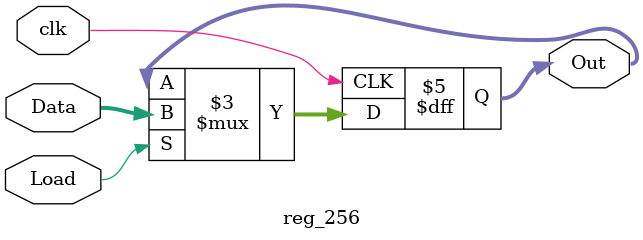
<source format=sv>
module reg_256 #(parameter size = 256)
(
	input  logic clk, Load,
  	input  logic [size-1:0]  Data,
  	output logic [size-1:0]  Out
);

always_ff @ (posedge clk)
begin
	if (Load)
		  Out <= Data;
	else
		  Out <= Out;
end

endmodule


</source>
